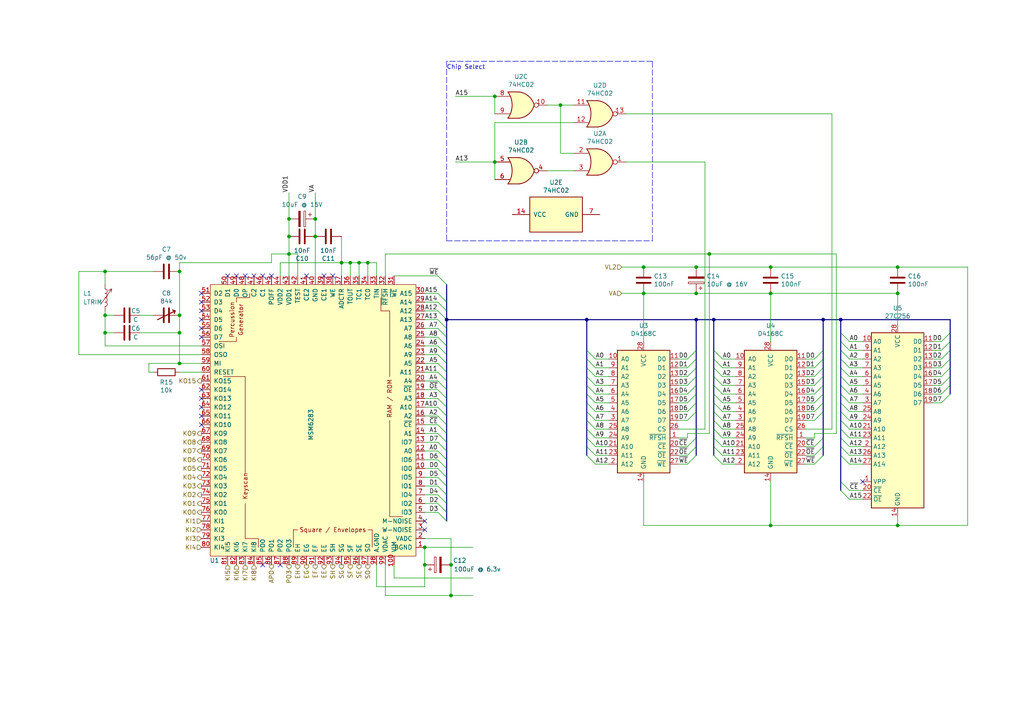
<source format=kicad_sch>
(kicad_sch (version 20201015) (generator eeschema)
  (paper "A4")
  (lib_symbols
    (symbol "74xx:74HC02" (pin_names (offset 1.016))
      (property "Reference" "U" (at 0 1.27 0))
      (property "Value" "74HC02" (at 0 -1.27 0))
      (symbol "74HC02_1_1"
        (pin output inverted (at 7.62 0 180) (length 3.81) (name "~") (number "1"))
        (pin input line (at -7.62 2.54 0) (length 4.318) (name "~") (number "2"))
        (pin input line (at -7.62 -2.54 0) (length 4.318) (name "~") (number "3"))
      )
      (symbol "74HC02_1_2"
        (pin output line (at 7.62 0 180) (length 3.81) (name "~") (number "1"))
        (pin input inverted (at -7.62 2.54 0) (length 3.81) (name "~") (number "2"))
        (pin input inverted (at -7.62 -2.54 0) (length 3.81) (name "~") (number "3"))
      )
      (symbol "74HC02_2_1"
        (pin output inverted (at 7.62 0 180) (length 3.81) (name "~") (number "4"))
        (pin input line (at -7.62 2.54 0) (length 4.318) (name "~") (number "5"))
        (pin input line (at -7.62 -2.54 0) (length 4.318) (name "~") (number "6"))
      )
      (symbol "74HC02_2_2"
        (pin output line (at 7.62 0 180) (length 3.81) (name "~") (number "4"))
        (pin input inverted (at -7.62 2.54 0) (length 3.81) (name "~") (number "5"))
        (pin input inverted (at -7.62 -2.54 0) (length 3.81) (name "~") (number "6"))
      )
      (symbol "74HC02_3_1"
        (pin output inverted (at 7.62 0 180) (length 3.81) (name "~") (number "10"))
        (pin input line (at -7.62 2.54 0) (length 4.318) (name "~") (number "8"))
        (pin input line (at -7.62 -2.54 0) (length 4.318) (name "~") (number "9"))
      )
      (symbol "74HC02_3_2"
        (pin output line (at 7.62 0 180) (length 3.81) (name "~") (number "10"))
        (pin input inverted (at -7.62 2.54 0) (length 3.81) (name "~") (number "8"))
        (pin input inverted (at -7.62 -2.54 0) (length 3.81) (name "~") (number "9"))
      )
      (symbol "74HC02_4_1"
        (pin input line (at -7.62 2.54 0) (length 4.318) (name "~") (number "11"))
        (pin input line (at -7.62 -2.54 0) (length 4.318) (name "~") (number "12"))
        (pin output inverted (at 7.62 0 180) (length 3.81) (name "~") (number "13"))
      )
      (symbol "74HC02_4_2"
        (pin input inverted (at -7.62 2.54 0) (length 3.81) (name "~") (number "11"))
        (pin input inverted (at -7.62 -2.54 0) (length 3.81) (name "~") (number "12"))
        (pin output line (at 7.62 0 180) (length 3.81) (name "~") (number "13"))
      )
      (symbol "74HC02_5_0"
        (pin power_in line (at 0 12.7 270) (length 5.08) (name "VCC") (number "14"))
        (pin power_in line (at 0 -12.7 90) (length 5.08) (name "GND") (number "7"))
      )
    )
    (symbol "Device:C" (pin_numbers hide) (pin_names (offset 0.254))
      (property "Reference" "C" (at 0.635 2.54 0))
      (property "Value" "C" (at 0.635 -2.54 0))
      (symbol "C_1_1"
        (pin passive line (at 0 3.81 270) (length 2.794) (name "~") (number "1"))
        (pin passive line (at 0 -3.81 90) (length 2.794) (name "~") (number "2"))
      )
    )
    (symbol "Device:C_Polarized" (pin_numbers hide) (pin_names (offset 0.254))
      (property "Reference" "C" (at 0.635 2.54 0))
      (property "Value" "C_Polarized" (at 0.635 -2.54 0))
      (symbol "C_Polarized_1_1"
        (pin passive line (at 0 3.81 270) (length 2.794) (name "~") (number "1"))
        (pin passive line (at 0 -3.81 90) (length 2.794) (name "~") (number "2"))
      )
    )
    (symbol "Device:C_Variable" (pin_numbers hide) (pin_names (offset 0.254) hide)
      (property "Reference" "C" (at 0.635 -1.905 0))
      (property "Value" "C_Variable" (at 0.635 -3.81 0))
      (symbol "C_Variable_1_1"
        (pin passive line (at 0 3.81 270) (length 3.048) (name "~") (number "1"))
        (pin passive line (at 0 -3.81 90) (length 3.048) (name "~") (number "2"))
      )
    )
    (symbol "Device:L_Trim" (pin_numbers hide) (pin_names (offset 1.016) hide)
      (property "Reference" "L" (at -1.905 0 90))
      (property "Value" "L_Trim" (at 3.175 0 90))
      (symbol "L_Trim_1_1"
        (pin passive line (at 0 3.81 270) (length 1.27) (name "1") (number "1"))
        (pin passive line (at 0 -3.81 90) (length 1.27) (name "2") (number "2"))
      )
    )
    (symbol "Device:R" (pin_numbers hide) (pin_names (offset 0))
      (property "Reference" "R" (at 2.032 0 90))
      (property "Value" "R" (at 0 0 90))
      (symbol "R_1_1"
        (pin passive line (at 0 3.81 270) (length 1.27) (name "~") (number "1"))
        (pin passive line (at 0 -3.81 90) (length 1.27) (name "~") (number "2"))
      )
    )
    (symbol "Memory_EPROM:27C256"
      (property "Reference" "U" (at -7.62 26.67 0))
      (property "Value" "27C256" (at 2.54 -26.67 0))
      (symbol "27C256_1_1"
        (pin input line (at -10.16 -17.78 0) (length 2.54) (name "VPP") (number "1"))
        (pin input line (at -10.16 -7.62 0) (length 2.54) (name "A12") (number "2"))
        (pin input line (at -10.16 5.08 0) (length 2.54) (name "A7") (number "3"))
        (pin input line (at -10.16 7.62 0) (length 2.54) (name "A6") (number "4"))
        (pin input line (at -10.16 10.16 0) (length 2.54) (name "A5") (number "5"))
        (pin input line (at -10.16 12.7 0) (length 2.54) (name "A4") (number "6"))
        (pin input line (at -10.16 15.24 0) (length 2.54) (name "A3") (number "7"))
        (pin input line (at -10.16 17.78 0) (length 2.54) (name "A2") (number "8"))
        (pin input line (at -10.16 20.32 0) (length 2.54) (name "A1") (number "9"))
        (pin input line (at -10.16 22.86 0) (length 2.54) (name "A0") (number "10"))
        (pin input line (at -10.16 -20.32 0) (length 2.54) (name "~CE") (number "20"))
        (pin tri_state line (at 10.16 22.86 180) (length 2.54) (name "D0") (number "11"))
        (pin input line (at -10.16 -2.54 0) (length 2.54) (name "A10") (number "21"))
        (pin tri_state line (at 10.16 20.32 180) (length 2.54) (name "D1") (number "12"))
        (pin input line (at -10.16 -22.86 0) (length 2.54) (name "~OE") (number "22"))
        (pin tri_state line (at 10.16 17.78 180) (length 2.54) (name "D2") (number "13"))
        (pin input line (at -10.16 -5.08 0) (length 2.54) (name "A11") (number "23"))
        (pin power_in line (at 0 -27.94 90) (length 2.54) (name "GND") (number "14"))
        (pin input line (at -10.16 0 0) (length 2.54) (name "A9") (number "24"))
        (pin tri_state line (at 10.16 15.24 180) (length 2.54) (name "D3") (number "15"))
        (pin input line (at -10.16 2.54 0) (length 2.54) (name "A8") (number "25"))
        (pin tri_state line (at 10.16 12.7 180) (length 2.54) (name "D4") (number "16"))
        (pin input line (at -10.16 -10.16 0) (length 2.54) (name "A13") (number "26"))
        (pin tri_state line (at 10.16 10.16 180) (length 2.54) (name "D5") (number "17"))
        (pin input line (at -10.16 -12.7 0) (length 2.54) (name "A14") (number "27"))
        (pin tri_state line (at 10.16 7.62 180) (length 2.54) (name "D6") (number "18"))
        (pin power_in line (at 0 27.94 270) (length 2.54) (name "VCC") (number "28"))
        (pin tri_state line (at 10.16 5.08 180) (length 2.54) (name "D7") (number "19"))
      )
    )
    (symbol "parts:D4168C" (pin_names (offset 1.016))
      (property "Reference" "U" (at -6.35 17.78 0))
      (property "Value" "D4168C" (at 6.35 -22.86 0))
      (symbol "D4168C_1_1"
        (pin input line (at 11.43 -10.16 180) (length 2.54) (name "~RFSH") (number "1"))
        (pin input line (at -8.89 12.7 0) (length 2.54) (name "A0") (number "10"))
        (pin bidirectional line (at 11.43 12.7 180) (length 2.54) (name "D0") (number "11"))
        (pin bidirectional line (at 11.43 10.16 180) (length 2.54) (name "D1") (number "12"))
        (pin bidirectional line (at 11.43 7.62 180) (length 2.54) (name "D2") (number "13"))
        (pin power_in line (at 1.27 -22.86 90) (length 2.54) (name "GND") (number "14"))
        (pin bidirectional line (at 11.43 5.08 180) (length 2.54) (name "D3") (number "15"))
        (pin bidirectional line (at 11.43 2.54 180) (length 2.54) (name "D4") (number "16"))
        (pin bidirectional line (at 11.43 0 180) (length 2.54) (name "D5") (number "17"))
        (pin bidirectional line (at 11.43 -2.54 180) (length 2.54) (name "D6") (number "18"))
        (pin bidirectional line (at 11.43 -5.08 180) (length 2.54) (name "D7") (number "19"))
        (pin input line (at -8.89 -17.78 0) (length 2.54) (name "A12") (number "2"))
        (pin input line (at 11.43 -12.7 180) (length 2.54) (name "~CE") (number "20"))
        (pin input line (at -8.89 -12.7 0) (length 2.54) (name "A10") (number "21"))
        (pin input line (at 11.43 -15.24 180) (length 2.54) (name "~OE") (number "22"))
        (pin input line (at -8.89 -15.24 0) (length 2.54) (name "A11") (number "23"))
        (pin input line (at -8.89 -10.16 0) (length 2.54) (name "A9") (number "24"))
        (pin input line (at -8.89 -7.62 0) (length 2.54) (name "A8") (number "25"))
        (pin input line (at 11.43 -7.62 180) (length 2.54) (name "CS") (number "26"))
        (pin input line (at 11.43 -17.78 180) (length 2.54) (name "~WE") (number "27"))
        (pin power_in line (at 1.27 17.78 270) (length 2.54) (name "VCC") (number "28"))
        (pin input line (at -8.89 -5.08 0) (length 2.54) (name "A7") (number "3"))
        (pin input line (at -8.89 -2.54 0) (length 2.54) (name "A6") (number "4"))
        (pin input line (at -8.89 0 0) (length 2.54) (name "A5") (number "5"))
        (pin input line (at -8.89 2.54 0) (length 2.54) (name "A4") (number "6"))
        (pin input line (at -8.89 5.08 0) (length 2.54) (name "A3") (number "7"))
        (pin input line (at -8.89 7.62 0) (length 2.54) (name "A2") (number "8"))
        (pin input line (at -8.89 10.16 0) (length 2.54) (name "A1") (number "9"))
      )
    )
    (symbol "parts:MSM6283" (pin_names (offset 1.016))
      (property "Reference" "U" (at -43.18 -44.45 0))
      (property "Value" "MSM6283" (at 1.27 0 0))
      (symbol "MSM6283_0_0"
        (text "Generator" (at 30.48 20.32 0) (effects (font (size 1.27 1.27))))
        (text "Keyscan" (at -17.78 19.05 0) (effects (font (size 1.27 1.27))))
        (text "Percussion" (at 30.48 22.86 0) (effects (font (size 1.27 1.27))))
        (text "RAM / ROM" (at 7.62 -22.86 0) (effects (font (size 1.27 1.27))))
        (text "Square / Envelopes" (at -30.48 -6.35 900) (effects (font (size 1.27 1.27))))
      )
      (symbol "MSM6283_1_1"
        (pin power_in line (at -35.56 -33.02 90) (length 2.54) (name "BGND") (number "1"))
        (pin bidirectional line (at -12.7 -33.02 90) (length 2.54) (name "IO0") (number "10"))
        (pin power_in line (at -40.64 -24.13 0) (length 2.54) (name "VIM") (number "100"))
        (pin bidirectional line (at -10.16 -33.02 90) (length 2.54) (name "IO6") (number "11"))
        (pin output line (at -7.62 -33.02 90) (length 2.54) (name "A0") (number "12"))
        (pin bidirectional line (at -5.08 -33.02 90) (length 2.54) (name "IO7") (number "13"))
        (pin output line (at -2.54 -33.02 90) (length 2.54) (name "A1") (number "14"))
        (pin output line (at 0 -33.02 90) (length 2.54) (name "~CE") (number "15"))
        (pin output line (at 2.54 -33.02 90) (length 2.54) (name "A2") (number "16"))
        (pin output line (at 5.08 -33.02 90) (length 2.54) (name "A10") (number "17"))
        (pin output line (at 7.62 -33.02 90) (length 2.54) (name "A3") (number "18"))
        (pin output line (at 10.16 -33.02 90) (length 2.54) (name "~OE") (number "19"))
        (pin power_in line (at -33.02 -33.02 90) (length 2.54) (name "VADC") (number "2"))
        (pin output line (at 12.7 -33.02 90) (length 2.54) (name "A4") (number "20"))
        (pin output line (at 15.24 -33.02 90) (length 2.54) (name "A11") (number "21"))
        (pin output line (at 17.78 -33.02 90) (length 2.54) (name "A5") (number "22"))
        (pin output line (at 20.32 -33.02 90) (length 2.54) (name "A9") (number "23"))
        (pin output line (at 22.86 -33.02 90) (length 2.54) (name "A6") (number "24"))
        (pin output line (at 25.4 -33.02 90) (length 2.54) (name "A8") (number "25"))
        (pin output line (at 27.94 -33.02 90) (length 2.54) (name "A7") (number "26"))
        (pin output line (at 30.48 -33.02 90) (length 2.54) (name "A13") (number "27"))
        (pin output line (at 33.02 -33.02 90) (length 2.54) (name "A12") (number "28"))
        (pin output line (at 35.56 -33.02 90) (length 2.54) (name "A14") (number "29"))
        (pin output line (at -30.48 -33.02 90) (length 2.54) (name "W-NOISE") (number "3"))
        (pin output line (at 38.1 -33.02 90) (length 2.54) (name "A15") (number "30"))
        (pin output line (at 43.18 -24.13 180) (length 2.54) (name "~WE") (number "31"))
        (pin output line (at 43.18 -21.59 180) (length 2.54) (name "~RFSH") (number "32"))
        (pin bidirectional line (at 43.18 -19.05 180) (length 2.54) (name "TIN") (number "33"))
        (pin bidirectional line (at 43.18 -16.51 180) (length 2.54) (name "TC0") (number "34"))
        (pin bidirectional line (at 43.18 -13.97 180) (length 2.54) (name "TC1") (number "35"))
        (pin bidirectional line (at 43.18 -11.43 180) (length 2.54) (name "TOUT") (number "36"))
        (pin bidirectional line (at 43.18 -8.89 180) (length 2.54) (name "ADCTR") (number "37"))
        (pin bidirectional line (at 43.18 -6.35 180) (length 2.54) (name "WE") (number "38"))
        (pin bidirectional line (at 43.18 -3.81 180) (length 2.54) (name "CE1") (number "39"))
        (pin output line (at -27.94 -33.02 90) (length 2.54) (name "M-NOISE") (number "4"))
        (pin power_in line (at 43.18 -1.27 180) (length 2.54) (name "GND") (number "40"))
        (pin bidirectional line (at 43.18 1.27 180) (length 2.54) (name "CE2") (number "41"))
        (pin bidirectional line (at 43.18 3.81 180) (length 2.54) (name "TEST") (number "42"))
        (pin power_in line (at 43.18 6.35 180) (length 2.54) (name "VDD1") (number "43"))
        (pin power_in line (at 43.18 8.89 180) (length 2.54) (name "VDD2") (number "44"))
        (pin bidirectional line (at 43.18 11.43 180) (length 2.54) (name "POFF") (number "45"))
        (pin bidirectional line (at 43.18 13.97 180) (length 2.54) (name "C1") (number "46"))
        (pin bidirectional line (at 43.18 16.51 180) (length 2.54) (name "C2") (number "47"))
        (pin bidirectional line (at 43.18 19.05 180) (length 2.54) (name "OP") (number "48"))
        (pin bidirectional line (at 43.18 21.59 180) (length 2.54) (name "D0") (number "49"))
        (pin bidirectional line (at -25.4 -33.02 90) (length 2.54) (name "IO3") (number "5"))
        (pin bidirectional line (at 43.18 24.13 180) (length 2.54) (name "D1") (number "50"))
        (pin bidirectional line (at 38.1 31.75 270) (length 2.54) (name "D2") (number "51"))
        (pin bidirectional line (at 35.56 31.75 270) (length 2.54) (name "D3") (number "52"))
        (pin bidirectional line (at 33.02 31.75 270) (length 2.54) (name "D4") (number "53"))
        (pin bidirectional line (at 30.48 31.75 270) (length 2.54) (name "D5") (number "54"))
        (pin bidirectional line (at 27.94 31.75 270) (length 2.54) (name "D6") (number "55"))
        (pin bidirectional line (at 25.4 31.75 270) (length 2.54) (name "D7") (number "56"))
        (pin bidirectional line (at 22.86 31.75 270) (length 2.54) (name "OSI") (number "57"))
        (pin bidirectional line (at 20.32 31.75 270) (length 2.54) (name "OSO") (number "58"))
        (pin bidirectional line (at 17.78 31.75 270) (length 2.54) (name "MI") (number "59"))
        (pin bidirectional line (at -22.86 -33.02 90) (length 2.54) (name "IO2") (number "6"))
        (pin bidirectional line (at 15.24 31.75 270) (length 2.54) (name "RESET") (number "60"))
        (pin output line (at 12.7 31.75 270) (length 2.54) (name "KO15") (number "61"))
        (pin output line (at 10.16 31.75 270) (length 2.54) (name "KO14") (number "62"))
        (pin output line (at 7.62 31.75 270) (length 2.54) (name "KO13") (number "63"))
        (pin output line (at 5.08 31.75 270) (length 2.54) (name "KO12") (number "64"))
        (pin output line (at 2.54 31.75 270) (length 2.54) (name "KO11") (number "65"))
        (pin output line (at 0 31.75 270) (length 2.54) (name "KO10") (number "66"))
        (pin output line (at -2.54 31.75 270) (length 2.54) (name "KO9") (number "67"))
        (pin output line (at -5.08 31.75 270) (length 2.54) (name "KO8") (number "68"))
        (pin output line (at -7.62 31.75 270) (length 2.54) (name "KO7") (number "69"))
        (pin bidirectional line (at -20.32 -33.02 90) (length 2.54) (name "IO4") (number "7"))
        (pin output line (at -10.16 31.75 270) (length 2.54) (name "KO6") (number "70"))
        (pin output line (at -12.7 31.75 270) (length 2.54) (name "KO5") (number "71"))
        (pin output line (at -15.24 31.75 270) (length 2.54) (name "KO4") (number "72"))
        (pin output line (at -17.78 31.75 270) (length 2.54) (name "KO3") (number "73"))
        (pin output line (at -20.32 31.75 270) (length 2.54) (name "KO2") (number "74"))
        (pin output line (at -22.86 31.75 270) (length 2.54) (name "KO1") (number "75"))
        (pin output line (at -25.4 31.75 270) (length 2.54) (name "KO0") (number "76"))
        (pin input line (at -27.94 31.75 270) (length 2.54) (name "KI1") (number "77"))
        (pin input line (at -30.48 31.75 270) (length 2.54) (name "KI2") (number "78"))
        (pin input line (at -33.02 31.75 270) (length 2.54) (name "KI3") (number "79"))
        (pin bidirectional line (at -17.78 -33.02 90) (length 2.54) (name "IO1") (number "8"))
        (pin input line (at -35.56 31.75 270) (length 2.54) (name "KI4") (number "80"))
        (pin input line (at -40.64 24.13 0) (length 2.54) (name "KI5") (number "81"))
        (pin input line (at -40.64 21.59 0) (length 2.54) (name "KI6") (number "82"))
        (pin input line (at -40.64 19.05 0) (length 2.54) (name "KI7") (number "83"))
        (pin input line (at -40.64 16.51 0) (length 2.54) (name "KI8") (number "84"))
        (pin bidirectional line (at -40.64 13.97 0) (length 2.54) (name "PO0") (number "85"))
        (pin bidirectional line (at -40.64 11.43 0) (length 2.54) (name "PO1") (number "86"))
        (pin bidirectional line (at -40.64 8.89 0) (length 2.54) (name "PO2") (number "87"))
        (pin bidirectional line (at -40.64 6.35 0) (length 2.54) (name "PO3") (number "88"))
        (pin bidirectional line (at -40.64 3.81 0) (length 2.54) (name "EH") (number "89"))
        (pin bidirectional line (at -15.24 -33.02 90) (length 2.54) (name "IO5") (number "9"))
        (pin bidirectional line (at -40.64 1.27 0) (length 2.54) (name "EG") (number "90"))
        (pin bidirectional line (at -40.64 -1.27 0) (length 2.54) (name "EF") (number "91"))
        (pin bidirectional line (at -40.64 -3.81 0) (length 2.54) (name "EE") (number "92"))
        (pin bidirectional line (at -40.64 -6.35 0) (length 2.54) (name "SH") (number "93"))
        (pin bidirectional line (at -40.64 -8.89 0) (length 2.54) (name "SG") (number "94"))
        (pin bidirectional line (at -40.64 -11.43 0) (length 2.54) (name "SF") (number "95"))
        (pin bidirectional line (at -40.64 -13.97 0) (length 2.54) (name "SE") (number "96"))
        (pin bidirectional line (at -40.64 -16.51 0) (length 2.54) (name "SO") (number "97"))
        (pin power_in line (at -40.64 -19.05 0) (length 2.54) (name "A.GND") (number "98"))
        (pin power_in line (at -40.64 -21.59 0) (length 2.54) (name "VDAC") (number "99"))
      )
    )
  )
  (junction (at 30.48 78.74) (diameter 0.9144))
  (junction (at 30.48 91.44) (diameter 0.9144))
  (junction (at 30.48 96.52) (diameter 0.9144))
  (junction (at 52.07 78.74) (diameter 0.9144))
  (junction (at 52.07 91.44) (diameter 0.9144))
  (junction (at 52.07 96.52) (diameter 0.9144))
  (junction (at 52.07 105.41) (diameter 0.9144))
  (junction (at 83.82 63.5) (diameter 0.9144))
  (junction (at 83.82 68.58) (diameter 0.9144))
  (junction (at 83.82 73.66) (diameter 0.9144))
  (junction (at 91.44 63.5) (diameter 0.9144))
  (junction (at 91.44 68.58) (diameter 0.9144))
  (junction (at 99.06 76.2) (diameter 0.9144))
  (junction (at 101.6 76.2) (diameter 0.9144))
  (junction (at 104.14 76.2) (diameter 0.9144))
  (junction (at 106.68 76.2) (diameter 0.9144))
  (junction (at 123.19 158.75) (diameter 0.9144))
  (junction (at 123.19 163.83) (diameter 0.9144))
  (junction (at 130.81 163.83) (diameter 0.9144))
  (junction (at 130.81 172.72) (diameter 0.9144))
  (junction (at 143.51 27.94) (diameter 0.9144))
  (junction (at 143.51 46.99) (diameter 0.9144))
  (junction (at 162.56 30.48) (diameter 0.9144))
  (junction (at 186.69 77.47) (diameter 0.9144))
  (junction (at 186.69 85.09) (diameter 0.9144))
  (junction (at 201.93 77.47) (diameter 0.9144))
  (junction (at 201.93 85.09) (diameter 0.9144))
  (junction (at 205.74 73.66) (diameter 0.9144))
  (junction (at 223.52 77.47) (diameter 0.9144))
  (junction (at 223.52 85.09) (diameter 0.9144))
  (junction (at 223.52 152.4) (diameter 0.9144))
  (junction (at 260.35 77.47) (diameter 0.9144))
  (junction (at 260.35 85.09) (diameter 0.9144))
  (junction (at 260.35 152.4) (diameter 0.9144))
  (junction (at 129.54 92.71) (diameter 0.9144))
  (junction (at 170.18 92.71) (diameter 0.9144))
  (junction (at 201.93 92.71) (diameter 0.9144))
  (junction (at 207.01 92.71) (diameter 0.9144))
  (junction (at 238.76 92.71) (diameter 0.9144))
  (junction (at 243.84 92.71) (diameter 0.9144))
  (no_connect (at 58.42 85.09))
  (no_connect (at 58.42 87.63))
  (no_connect (at 58.42 90.17))
  (no_connect (at 58.42 92.71))
  (no_connect (at 58.42 95.25))
  (no_connect (at 58.42 97.79))
  (no_connect (at 58.42 113.03))
  (no_connect (at 58.42 115.57))
  (no_connect (at 58.42 118.11))
  (no_connect (at 58.42 120.65))
  (no_connect (at 58.42 123.19))
  (no_connect (at 66.04 80.01))
  (no_connect (at 68.58 80.01))
  (no_connect (at 71.12 80.01))
  (no_connect (at 73.66 80.01))
  (no_connect (at 76.2 80.01))
  (no_connect (at 76.2 163.83))
  (no_connect (at 78.74 80.01))
  (no_connect (at 81.28 163.83))
  (no_connect (at 88.9 80.01))
  (no_connect (at 93.98 80.01))
  (no_connect (at 96.52 80.01))
  (no_connect (at 123.19 151.13))
  (no_connect (at 123.19 153.67))
  (no_connect (at 250.19 139.7))
  (bus_entry (at 127 80.01) (size 2.54 2.54) (stroke (width 0.1524)))
  (bus_entry (at 127 85.09) (size 2.54 2.54) (stroke (width 0.1524)))
  (bus_entry (at 127 87.63) (size 2.54 2.54) (stroke (width 0.1524)))
  (bus_entry (at 127 90.17) (size 2.54 2.54) (stroke (width 0.1524)))
  (bus_entry (at 127 92.71) (size 2.54 2.54) (stroke (width 0.1524)))
  (bus_entry (at 127 95.25) (size 2.54 2.54) (stroke (width 0.1524)))
  (bus_entry (at 127 97.79) (size 2.54 2.54) (stroke (width 0.1524)))
  (bus_entry (at 127 100.33) (size 2.54 2.54) (stroke (width 0.1524)))
  (bus_entry (at 127 102.87) (size 2.54 2.54) (stroke (width 0.1524)))
  (bus_entry (at 127 105.41) (size 2.54 2.54) (stroke (width 0.1524)))
  (bus_entry (at 127 107.95) (size 2.54 2.54) (stroke (width 0.1524)))
  (bus_entry (at 127 110.49) (size 2.54 2.54) (stroke (width 0.1524)))
  (bus_entry (at 127 113.03) (size 2.54 2.54) (stroke (width 0.1524)))
  (bus_entry (at 127 115.57) (size 2.54 2.54) (stroke (width 0.1524)))
  (bus_entry (at 127 118.11) (size 2.54 2.54) (stroke (width 0.1524)))
  (bus_entry (at 127 120.65) (size 2.54 2.54) (stroke (width 0.1524)))
  (bus_entry (at 127 123.19) (size 2.54 2.54) (stroke (width 0.1524)))
  (bus_entry (at 127 125.73) (size 2.54 2.54) (stroke (width 0.1524)))
  (bus_entry (at 127 128.27) (size 2.54 2.54) (stroke (width 0.1524)))
  (bus_entry (at 127 130.81) (size 2.54 2.54) (stroke (width 0.1524)))
  (bus_entry (at 127 133.35) (size 2.54 2.54) (stroke (width 0.1524)))
  (bus_entry (at 127 135.89) (size 2.54 2.54) (stroke (width 0.1524)))
  (bus_entry (at 127 138.43) (size 2.54 2.54) (stroke (width 0.1524)))
  (bus_entry (at 127 140.97) (size 2.54 2.54) (stroke (width 0.1524)))
  (bus_entry (at 127 143.51) (size 2.54 2.54) (stroke (width 0.1524)))
  (bus_entry (at 127 146.05) (size 2.54 2.54) (stroke (width 0.1524)))
  (bus_entry (at 127 148.59) (size 2.54 2.54) (stroke (width 0.1524)))
  (bus_entry (at 170.18 101.6) (size 2.54 2.54) (stroke (width 0.1524)))
  (bus_entry (at 170.18 114.3) (size 2.54 2.54) (stroke (width 0.1524)))
  (bus_entry (at 170.18 116.84) (size 2.54 2.54) (stroke (width 0.1524)))
  (bus_entry (at 170.18 119.38) (size 2.54 2.54) (stroke (width 0.1524)))
  (bus_entry (at 170.18 121.92) (size 2.54 2.54) (stroke (width 0.1524)))
  (bus_entry (at 170.18 124.46) (size 2.54 2.54) (stroke (width 0.1524)))
  (bus_entry (at 170.18 127) (size 2.54 2.54) (stroke (width 0.1524)))
  (bus_entry (at 170.18 129.54) (size 2.54 2.54) (stroke (width 0.1524)))
  (bus_entry (at 170.18 132.08) (size 2.54 2.54) (stroke (width 0.1524)))
  (bus_entry (at 172.72 106.68) (size -2.54 -2.54) (stroke (width 0.1524)))
  (bus_entry (at 172.72 109.22) (size -2.54 -2.54) (stroke (width 0.1524)))
  (bus_entry (at 172.72 111.76) (size -2.54 -2.54) (stroke (width 0.1524)))
  (bus_entry (at 172.72 114.3) (size -2.54 -2.54) (stroke (width 0.1524)))
  (bus_entry (at 199.39 104.14) (size 2.54 -2.54) (stroke (width 0.1524)))
  (bus_entry (at 199.39 106.68) (size 2.54 -2.54) (stroke (width 0.1524)))
  (bus_entry (at 199.39 109.22) (size 2.54 -2.54) (stroke (width 0.1524)))
  (bus_entry (at 199.39 111.76) (size 2.54 -2.54) (stroke (width 0.1524)))
  (bus_entry (at 199.39 114.3) (size 2.54 -2.54) (stroke (width 0.1524)))
  (bus_entry (at 199.39 116.84) (size 2.54 -2.54) (stroke (width 0.1524)))
  (bus_entry (at 199.39 119.38) (size 2.54 -2.54) (stroke (width 0.1524)))
  (bus_entry (at 199.39 121.92) (size 2.54 -2.54) (stroke (width 0.1524)))
  (bus_entry (at 199.39 129.54) (size 2.54 -2.54) (stroke (width 0.1524)))
  (bus_entry (at 199.39 132.08) (size 2.54 -2.54) (stroke (width 0.1524)))
  (bus_entry (at 199.39 134.62) (size 2.54 -2.54) (stroke (width 0.1524)))
  (bus_entry (at 207.01 101.6) (size 2.54 2.54) (stroke (width 0.1524)))
  (bus_entry (at 207.01 114.3) (size 2.54 2.54) (stroke (width 0.1524)))
  (bus_entry (at 207.01 116.84) (size 2.54 2.54) (stroke (width 0.1524)))
  (bus_entry (at 207.01 119.38) (size 2.54 2.54) (stroke (width 0.1524)))
  (bus_entry (at 207.01 121.92) (size 2.54 2.54) (stroke (width 0.1524)))
  (bus_entry (at 207.01 124.46) (size 2.54 2.54) (stroke (width 0.1524)))
  (bus_entry (at 207.01 127) (size 2.54 2.54) (stroke (width 0.1524)))
  (bus_entry (at 207.01 129.54) (size 2.54 2.54) (stroke (width 0.1524)))
  (bus_entry (at 207.01 132.08) (size 2.54 2.54) (stroke (width 0.1524)))
  (bus_entry (at 209.55 106.68) (size -2.54 -2.54) (stroke (width 0.1524)))
  (bus_entry (at 209.55 109.22) (size -2.54 -2.54) (stroke (width 0.1524)))
  (bus_entry (at 209.55 111.76) (size -2.54 -2.54) (stroke (width 0.1524)))
  (bus_entry (at 209.55 114.3) (size -2.54 -2.54) (stroke (width 0.1524)))
  (bus_entry (at 236.22 104.14) (size 2.54 -2.54) (stroke (width 0.1524)))
  (bus_entry (at 236.22 106.68) (size 2.54 -2.54) (stroke (width 0.1524)))
  (bus_entry (at 236.22 109.22) (size 2.54 -2.54) (stroke (width 0.1524)))
  (bus_entry (at 236.22 111.76) (size 2.54 -2.54) (stroke (width 0.1524)))
  (bus_entry (at 236.22 114.3) (size 2.54 -2.54) (stroke (width 0.1524)))
  (bus_entry (at 236.22 116.84) (size 2.54 -2.54) (stroke (width 0.1524)))
  (bus_entry (at 236.22 119.38) (size 2.54 -2.54) (stroke (width 0.1524)))
  (bus_entry (at 236.22 121.92) (size 2.54 -2.54) (stroke (width 0.1524)))
  (bus_entry (at 236.22 129.54) (size 2.54 -2.54) (stroke (width 0.1524)))
  (bus_entry (at 236.22 132.08) (size 2.54 -2.54) (stroke (width 0.1524)))
  (bus_entry (at 236.22 134.62) (size 2.54 -2.54) (stroke (width 0.1524)))
  (bus_entry (at 243.84 96.52) (size 2.54 2.54) (stroke (width 0.1524)))
  (bus_entry (at 243.84 99.06) (size 2.54 2.54) (stroke (width 0.1524)))
  (bus_entry (at 243.84 101.6) (size 2.54 2.54) (stroke (width 0.1524)))
  (bus_entry (at 243.84 104.14) (size 2.54 2.54) (stroke (width 0.1524)))
  (bus_entry (at 243.84 106.68) (size 2.54 2.54) (stroke (width 0.1524)))
  (bus_entry (at 243.84 109.22) (size 2.54 2.54) (stroke (width 0.1524)))
  (bus_entry (at 243.84 111.76) (size 2.54 2.54) (stroke (width 0.1524)))
  (bus_entry (at 243.84 114.3) (size 2.54 2.54) (stroke (width 0.1524)))
  (bus_entry (at 243.84 116.84) (size 2.54 2.54) (stroke (width 0.1524)))
  (bus_entry (at 243.84 119.38) (size 2.54 2.54) (stroke (width 0.1524)))
  (bus_entry (at 243.84 121.92) (size 2.54 2.54) (stroke (width 0.1524)))
  (bus_entry (at 243.84 124.46) (size 2.54 2.54) (stroke (width 0.1524)))
  (bus_entry (at 243.84 127) (size 2.54 2.54) (stroke (width 0.1524)))
  (bus_entry (at 243.84 129.54) (size 2.54 2.54) (stroke (width 0.1524)))
  (bus_entry (at 243.84 132.08) (size 2.54 2.54) (stroke (width 0.1524)))
  (bus_entry (at 243.84 139.7) (size 2.54 2.54) (stroke (width 0.1524)))
  (bus_entry (at 246.38 144.78) (size -2.54 -2.54) (stroke (width 0.1524)))
  (bus_entry (at 273.05 99.06) (size 2.54 -2.54) (stroke (width 0.1524)))
  (bus_entry (at 273.05 101.6) (size 2.54 -2.54) (stroke (width 0.1524)))
  (bus_entry (at 273.05 104.14) (size 2.54 -2.54) (stroke (width 0.1524)))
  (bus_entry (at 273.05 106.68) (size 2.54 -2.54) (stroke (width 0.1524)))
  (bus_entry (at 273.05 109.22) (size 2.54 -2.54) (stroke (width 0.1524)))
  (bus_entry (at 273.05 111.76) (size 2.54 -2.54) (stroke (width 0.1524)))
  (bus_entry (at 273.05 114.3) (size 2.54 -2.54) (stroke (width 0.1524)))
  (bus_entry (at 273.05 116.84) (size 2.54 -2.54) (stroke (width 0.1524)))
  (wire (pts (xy 22.86 78.74) (xy 22.86 102.87)))
  (wire (pts (xy 22.86 78.74) (xy 30.48 78.74)))
  (wire (pts (xy 30.48 78.74) (xy 44.45 78.74)))
  (wire (pts (xy 30.48 82.55) (xy 30.48 78.74)))
  (wire (pts (xy 30.48 90.17) (xy 30.48 91.44)))
  (wire (pts (xy 30.48 91.44) (xy 30.48 96.52)))
  (wire (pts (xy 30.48 100.33) (xy 30.48 96.52)))
  (wire (pts (xy 33.02 91.44) (xy 30.48 91.44)))
  (wire (pts (xy 33.02 96.52) (xy 30.48 96.52)))
  (wire (pts (xy 40.64 91.44) (xy 44.45 91.44)))
  (wire (pts (xy 43.18 105.41) (xy 52.07 105.41)))
  (wire (pts (xy 43.18 107.95) (xy 43.18 105.41)))
  (wire (pts (xy 44.45 107.95) (xy 43.18 107.95)))
  (wire (pts (xy 52.07 78.74) (xy 52.07 76.2)))
  (wire (pts (xy 52.07 78.74) (xy 52.07 91.44)))
  (wire (pts (xy 52.07 96.52) (xy 40.64 96.52)))
  (wire (pts (xy 52.07 96.52) (xy 52.07 91.44)))
  (wire (pts (xy 52.07 105.41) (xy 52.07 96.52)))
  (wire (pts (xy 52.07 105.41) (xy 58.42 105.41)))
  (wire (pts (xy 58.42 100.33) (xy 30.48 100.33)))
  (wire (pts (xy 58.42 102.87) (xy 22.86 102.87)))
  (wire (pts (xy 58.42 107.95) (xy 52.07 107.95)))
  (wire (pts (xy 78.74 73.66) (xy 78.74 76.2)))
  (wire (pts (xy 78.74 76.2) (xy 52.07 76.2)))
  (wire (pts (xy 81.28 76.2) (xy 81.28 80.01)))
  (wire (pts (xy 83.82 63.5) (xy 83.82 55.88)))
  (wire (pts (xy 83.82 63.5) (xy 83.82 68.58)))
  (wire (pts (xy 83.82 68.58) (xy 83.82 73.66)))
  (wire (pts (xy 83.82 73.66) (xy 78.74 73.66)))
  (wire (pts (xy 83.82 73.66) (xy 83.82 80.01)))
  (wire (pts (xy 86.36 73.66) (xy 83.82 73.66)))
  (wire (pts (xy 86.36 80.01) (xy 86.36 73.66)))
  (wire (pts (xy 91.44 63.5) (xy 91.44 55.88)))
  (wire (pts (xy 91.44 63.5) (xy 91.44 68.58)))
  (wire (pts (xy 91.44 80.01) (xy 91.44 68.58)))
  (wire (pts (xy 99.06 68.58) (xy 99.06 76.2)))
  (wire (pts (xy 99.06 76.2) (xy 81.28 76.2)))
  (wire (pts (xy 99.06 80.01) (xy 99.06 76.2)))
  (wire (pts (xy 101.6 76.2) (xy 99.06 76.2)))
  (wire (pts (xy 101.6 80.01) (xy 101.6 76.2)))
  (wire (pts (xy 104.14 76.2) (xy 101.6 76.2)))
  (wire (pts (xy 104.14 80.01) (xy 104.14 76.2)))
  (wire (pts (xy 106.68 76.2) (xy 104.14 76.2)))
  (wire (pts (xy 106.68 80.01) (xy 106.68 76.2)))
  (wire (pts (xy 109.22 76.2) (xy 106.68 76.2)))
  (wire (pts (xy 109.22 76.2) (xy 109.22 80.01)))
  (wire (pts (xy 109.22 170.18) (xy 109.22 163.83)))
  (wire (pts (xy 111.76 73.66) (xy 205.74 73.66)))
  (wire (pts (xy 111.76 80.01) (xy 111.76 73.66)))
  (wire (pts (xy 111.76 172.72) (xy 111.76 163.83)))
  (wire (pts (xy 114.3 80.01) (xy 127 80.01)))
  (wire (pts (xy 114.3 163.83) (xy 114.3 167.64)))
  (wire (pts (xy 114.3 167.64) (xy 137.16 167.64)))
  (wire (pts (xy 123.19 85.09) (xy 127 85.09)))
  (wire (pts (xy 123.19 87.63) (xy 127 87.63)))
  (wire (pts (xy 123.19 90.17) (xy 127 90.17)))
  (wire (pts (xy 123.19 92.71) (xy 127 92.71)))
  (wire (pts (xy 123.19 95.25) (xy 127 95.25)))
  (wire (pts (xy 123.19 97.79) (xy 127 97.79)))
  (wire (pts (xy 123.19 100.33) (xy 127 100.33)))
  (wire (pts (xy 123.19 102.87) (xy 127 102.87)))
  (wire (pts (xy 123.19 105.41) (xy 127 105.41)))
  (wire (pts (xy 123.19 107.95) (xy 127 107.95)))
  (wire (pts (xy 123.19 110.49) (xy 127 110.49)))
  (wire (pts (xy 123.19 113.03) (xy 127 113.03)))
  (wire (pts (xy 123.19 115.57) (xy 127 115.57)))
  (wire (pts (xy 123.19 118.11) (xy 127 118.11)))
  (wire (pts (xy 123.19 120.65) (xy 127 120.65)))
  (wire (pts (xy 123.19 123.19) (xy 127 123.19)))
  (wire (pts (xy 123.19 125.73) (xy 127 125.73)))
  (wire (pts (xy 123.19 128.27) (xy 127 128.27)))
  (wire (pts (xy 123.19 130.81) (xy 127 130.81)))
  (wire (pts (xy 123.19 133.35) (xy 127 133.35)))
  (wire (pts (xy 123.19 135.89) (xy 127 135.89)))
  (wire (pts (xy 123.19 138.43) (xy 127 138.43)))
  (wire (pts (xy 123.19 140.97) (xy 127 140.97)))
  (wire (pts (xy 123.19 143.51) (xy 127 143.51)))
  (wire (pts (xy 123.19 146.05) (xy 127 146.05)))
  (wire (pts (xy 123.19 148.59) (xy 127 148.59)))
  (wire (pts (xy 123.19 156.21) (xy 130.81 156.21)))
  (wire (pts (xy 123.19 158.75) (xy 123.19 163.83)))
  (wire (pts (xy 123.19 158.75) (xy 137.16 158.75)))
  (wire (pts (xy 123.19 163.83) (xy 123.19 170.18)))
  (wire (pts (xy 123.19 170.18) (xy 109.22 170.18)))
  (wire (pts (xy 130.81 156.21) (xy 130.81 163.83)))
  (wire (pts (xy 130.81 163.83) (xy 130.81 172.72)))
  (wire (pts (xy 130.81 172.72) (xy 111.76 172.72)))
  (wire (pts (xy 130.81 172.72) (xy 137.16 172.72)))
  (wire (pts (xy 132.08 27.94) (xy 143.51 27.94)))
  (wire (pts (xy 132.08 46.99) (xy 143.51 46.99)))
  (wire (pts (xy 143.51 33.02) (xy 143.51 27.94)))
  (wire (pts (xy 143.51 35.56) (xy 143.51 46.99)))
  (wire (pts (xy 143.51 35.56) (xy 166.37 35.56)))
  (wire (pts (xy 143.51 46.99) (xy 143.51 52.07)))
  (wire (pts (xy 162.56 30.48) (xy 158.75 30.48)))
  (wire (pts (xy 162.56 30.48) (xy 162.56 44.45)))
  (wire (pts (xy 162.56 44.45) (xy 166.37 44.45)))
  (wire (pts (xy 166.37 30.48) (xy 162.56 30.48)))
  (wire (pts (xy 166.37 49.53) (xy 158.75 49.53)))
  (wire (pts (xy 176.53 104.14) (xy 172.72 104.14)))
  (wire (pts (xy 176.53 106.68) (xy 172.72 106.68)))
  (wire (pts (xy 176.53 109.22) (xy 172.72 109.22)))
  (wire (pts (xy 176.53 111.76) (xy 172.72 111.76)))
  (wire (pts (xy 176.53 114.3) (xy 172.72 114.3)))
  (wire (pts (xy 176.53 116.84) (xy 172.72 116.84)))
  (wire (pts (xy 176.53 119.38) (xy 172.72 119.38)))
  (wire (pts (xy 176.53 121.92) (xy 172.72 121.92)))
  (wire (pts (xy 176.53 124.46) (xy 172.72 124.46)))
  (wire (pts (xy 176.53 127) (xy 172.72 127)))
  (wire (pts (xy 176.53 129.54) (xy 172.72 129.54)))
  (wire (pts (xy 176.53 132.08) (xy 172.72 132.08)))
  (wire (pts (xy 176.53 134.62) (xy 172.72 134.62)))
  (wire (pts (xy 180.34 85.09) (xy 186.69 85.09)))
  (wire (pts (xy 181.61 33.02) (xy 241.3 33.02)))
  (wire (pts (xy 186.69 77.47) (xy 180.34 77.47)))
  (wire (pts (xy 186.69 77.47) (xy 201.93 77.47)))
  (wire (pts (xy 186.69 85.09) (xy 201.93 85.09)))
  (wire (pts (xy 186.69 99.06) (xy 186.69 85.09)))
  (wire (pts (xy 186.69 139.7) (xy 186.69 152.4)))
  (wire (pts (xy 186.69 152.4) (xy 223.52 152.4)))
  (wire (pts (xy 196.85 104.14) (xy 199.39 104.14)))
  (wire (pts (xy 196.85 106.68) (xy 199.39 106.68)))
  (wire (pts (xy 196.85 109.22) (xy 199.39 109.22)))
  (wire (pts (xy 196.85 111.76) (xy 199.39 111.76)))
  (wire (pts (xy 196.85 114.3) (xy 199.39 114.3)))
  (wire (pts (xy 196.85 116.84) (xy 199.39 116.84)))
  (wire (pts (xy 196.85 119.38) (xy 199.39 119.38)))
  (wire (pts (xy 196.85 121.92) (xy 199.39 121.92)))
  (wire (pts (xy 196.85 127) (xy 199.39 127)))
  (wire (pts (xy 196.85 129.54) (xy 199.39 129.54)))
  (wire (pts (xy 196.85 132.08) (xy 199.39 132.08)))
  (wire (pts (xy 196.85 134.62) (xy 199.39 134.62)))
  (wire (pts (xy 199.39 125.73) (xy 205.74 125.73)))
  (wire (pts (xy 199.39 127) (xy 199.39 125.73)))
  (wire (pts (xy 201.93 77.47) (xy 223.52 77.47)))
  (wire (pts (xy 201.93 85.09) (xy 223.52 85.09)))
  (wire (pts (xy 204.47 46.99) (xy 181.61 46.99)))
  (wire (pts (xy 204.47 124.46) (xy 196.85 124.46)))
  (wire (pts (xy 204.47 124.46) (xy 204.47 46.99)))
  (wire (pts (xy 205.74 125.73) (xy 205.74 73.66)))
  (wire (pts (xy 213.36 104.14) (xy 209.55 104.14)))
  (wire (pts (xy 213.36 106.68) (xy 209.55 106.68)))
  (wire (pts (xy 213.36 109.22) (xy 209.55 109.22)))
  (wire (pts (xy 213.36 111.76) (xy 209.55 111.76)))
  (wire (pts (xy 213.36 114.3) (xy 209.55 114.3)))
  (wire (pts (xy 213.36 116.84) (xy 209.55 116.84)))
  (wire (pts (xy 213.36 119.38) (xy 209.55 119.38)))
  (wire (pts (xy 213.36 121.92) (xy 209.55 121.92)))
  (wire (pts (xy 213.36 124.46) (xy 209.55 124.46)))
  (wire (pts (xy 213.36 127) (xy 209.55 127)))
  (wire (pts (xy 213.36 129.54) (xy 209.55 129.54)))
  (wire (pts (xy 213.36 132.08) (xy 209.55 132.08)))
  (wire (pts (xy 213.36 134.62) (xy 209.55 134.62)))
  (wire (pts (xy 223.52 77.47) (xy 260.35 77.47)))
  (wire (pts (xy 223.52 85.09) (xy 260.35 85.09)))
  (wire (pts (xy 223.52 99.06) (xy 223.52 85.09)))
  (wire (pts (xy 223.52 139.7) (xy 223.52 152.4)))
  (wire (pts (xy 223.52 152.4) (xy 260.35 152.4)))
  (wire (pts (xy 233.68 104.14) (xy 236.22 104.14)))
  (wire (pts (xy 233.68 106.68) (xy 236.22 106.68)))
  (wire (pts (xy 233.68 109.22) (xy 236.22 109.22)))
  (wire (pts (xy 233.68 111.76) (xy 236.22 111.76)))
  (wire (pts (xy 233.68 114.3) (xy 236.22 114.3)))
  (wire (pts (xy 233.68 116.84) (xy 236.22 116.84)))
  (wire (pts (xy 233.68 119.38) (xy 236.22 119.38)))
  (wire (pts (xy 233.68 121.92) (xy 236.22 121.92)))
  (wire (pts (xy 233.68 127) (xy 236.22 127)))
  (wire (pts (xy 233.68 129.54) (xy 236.22 129.54)))
  (wire (pts (xy 233.68 132.08) (xy 236.22 132.08)))
  (wire (pts (xy 236.22 125.73) (xy 242.57 125.73)))
  (wire (pts (xy 236.22 127) (xy 236.22 125.73)))
  (wire (pts (xy 236.22 134.62) (xy 233.68 134.62)))
  (wire (pts (xy 241.3 33.02) (xy 241.3 124.46)))
  (wire (pts (xy 241.3 124.46) (xy 233.68 124.46)))
  (wire (pts (xy 242.57 73.66) (xy 205.74 73.66)))
  (wire (pts (xy 242.57 125.73) (xy 242.57 73.66)))
  (wire (pts (xy 246.38 99.06) (xy 250.19 99.06)))
  (wire (pts (xy 246.38 101.6) (xy 250.19 101.6)))
  (wire (pts (xy 246.38 104.14) (xy 250.19 104.14)))
  (wire (pts (xy 246.38 106.68) (xy 250.19 106.68)))
  (wire (pts (xy 246.38 109.22) (xy 250.19 109.22)))
  (wire (pts (xy 246.38 111.76) (xy 250.19 111.76)))
  (wire (pts (xy 246.38 114.3) (xy 250.19 114.3)))
  (wire (pts (xy 246.38 116.84) (xy 250.19 116.84)))
  (wire (pts (xy 246.38 119.38) (xy 250.19 119.38)))
  (wire (pts (xy 246.38 121.92) (xy 250.19 121.92)))
  (wire (pts (xy 246.38 124.46) (xy 250.19 124.46)))
  (wire (pts (xy 246.38 127) (xy 250.19 127)))
  (wire (pts (xy 246.38 129.54) (xy 250.19 129.54)))
  (wire (pts (xy 246.38 132.08) (xy 250.19 132.08)))
  (wire (pts (xy 246.38 134.62) (xy 250.19 134.62)))
  (wire (pts (xy 250.19 142.24) (xy 246.38 142.24)))
  (wire (pts (xy 250.19 144.78) (xy 246.38 144.78)))
  (wire (pts (xy 260.35 85.09) (xy 260.35 93.98)))
  (wire (pts (xy 260.35 152.4) (xy 260.35 149.86)))
  (wire (pts (xy 260.35 152.4) (xy 280.67 152.4)))
  (wire (pts (xy 270.51 99.06) (xy 273.05 99.06)))
  (wire (pts (xy 270.51 101.6) (xy 273.05 101.6)))
  (wire (pts (xy 270.51 104.14) (xy 273.05 104.14)))
  (wire (pts (xy 270.51 106.68) (xy 273.05 106.68)))
  (wire (pts (xy 270.51 109.22) (xy 273.05 109.22)))
  (wire (pts (xy 270.51 111.76) (xy 273.05 111.76)))
  (wire (pts (xy 270.51 114.3) (xy 273.05 114.3)))
  (wire (pts (xy 270.51 116.84) (xy 273.05 116.84)))
  (wire (pts (xy 280.67 77.47) (xy 260.35 77.47)))
  (wire (pts (xy 280.67 152.4) (xy 280.67 77.47)))
  (bus (pts (xy 129.54 82.55) (xy 129.54 87.63)))
  (bus (pts (xy 129.54 87.63) (xy 129.54 90.17)))
  (bus (pts (xy 129.54 90.17) (xy 129.54 92.71)))
  (bus (pts (xy 129.54 92.71) (xy 129.54 95.25)))
  (bus (pts (xy 129.54 95.25) (xy 129.54 97.79)))
  (bus (pts (xy 129.54 97.79) (xy 129.54 100.33)))
  (bus (pts (xy 129.54 100.33) (xy 129.54 102.87)))
  (bus (pts (xy 129.54 102.87) (xy 129.54 105.41)))
  (bus (pts (xy 129.54 105.41) (xy 129.54 107.95)))
  (bus (pts (xy 129.54 107.95) (xy 129.54 110.49)))
  (bus (pts (xy 129.54 110.49) (xy 129.54 113.03)))
  (bus (pts (xy 129.54 113.03) (xy 129.54 115.57)))
  (bus (pts (xy 129.54 115.57) (xy 129.54 118.11)))
  (bus (pts (xy 129.54 118.11) (xy 129.54 120.65)))
  (bus (pts (xy 129.54 120.65) (xy 129.54 123.19)))
  (bus (pts (xy 129.54 123.19) (xy 129.54 125.73)))
  (bus (pts (xy 129.54 125.73) (xy 129.54 128.27)))
  (bus (pts (xy 129.54 128.27) (xy 129.54 130.81)))
  (bus (pts (xy 129.54 130.81) (xy 129.54 133.35)))
  (bus (pts (xy 129.54 133.35) (xy 129.54 135.89)))
  (bus (pts (xy 129.54 135.89) (xy 129.54 138.43)))
  (bus (pts (xy 129.54 138.43) (xy 129.54 140.97)))
  (bus (pts (xy 129.54 140.97) (xy 129.54 143.51)))
  (bus (pts (xy 129.54 143.51) (xy 129.54 146.05)))
  (bus (pts (xy 129.54 146.05) (xy 129.54 148.59)))
  (bus (pts (xy 129.54 148.59) (xy 129.54 151.13)))
  (bus (pts (xy 170.18 92.71) (xy 129.54 92.71)))
  (bus (pts (xy 170.18 92.71) (xy 170.18 101.6)))
  (bus (pts (xy 170.18 101.6) (xy 170.18 104.14)))
  (bus (pts (xy 170.18 104.14) (xy 170.18 106.68)))
  (bus (pts (xy 170.18 106.68) (xy 170.18 109.22)))
  (bus (pts (xy 170.18 109.22) (xy 170.18 111.76)))
  (bus (pts (xy 170.18 111.76) (xy 170.18 114.3)))
  (bus (pts (xy 170.18 114.3) (xy 170.18 116.84)))
  (bus (pts (xy 170.18 116.84) (xy 170.18 119.38)))
  (bus (pts (xy 170.18 119.38) (xy 170.18 121.92)))
  (bus (pts (xy 170.18 121.92) (xy 170.18 124.46)))
  (bus (pts (xy 170.18 124.46) (xy 170.18 127)))
  (bus (pts (xy 170.18 127) (xy 170.18 129.54)))
  (bus (pts (xy 170.18 129.54) (xy 170.18 132.08)))
  (bus (pts (xy 201.93 92.71) (xy 170.18 92.71)))
  (bus (pts (xy 201.93 92.71) (xy 201.93 101.6)))
  (bus (pts (xy 201.93 101.6) (xy 201.93 104.14)))
  (bus (pts (xy 201.93 104.14) (xy 201.93 106.68)))
  (bus (pts (xy 201.93 106.68) (xy 201.93 109.22)))
  (bus (pts (xy 201.93 109.22) (xy 201.93 111.76)))
  (bus (pts (xy 201.93 111.76) (xy 201.93 114.3)))
  (bus (pts (xy 201.93 114.3) (xy 201.93 116.84)))
  (bus (pts (xy 201.93 116.84) (xy 201.93 119.38)))
  (bus (pts (xy 201.93 119.38) (xy 201.93 127)))
  (bus (pts (xy 201.93 127) (xy 201.93 129.54)))
  (bus (pts (xy 201.93 129.54) (xy 201.93 132.08)))
  (bus (pts (xy 207.01 92.71) (xy 201.93 92.71)))
  (bus (pts (xy 207.01 92.71) (xy 207.01 101.6)))
  (bus (pts (xy 207.01 101.6) (xy 207.01 104.14)))
  (bus (pts (xy 207.01 104.14) (xy 207.01 106.68)))
  (bus (pts (xy 207.01 106.68) (xy 207.01 109.22)))
  (bus (pts (xy 207.01 109.22) (xy 207.01 111.76)))
  (bus (pts (xy 207.01 111.76) (xy 207.01 114.3)))
  (bus (pts (xy 207.01 114.3) (xy 207.01 116.84)))
  (bus (pts (xy 207.01 116.84) (xy 207.01 119.38)))
  (bus (pts (xy 207.01 119.38) (xy 207.01 121.92)))
  (bus (pts (xy 207.01 121.92) (xy 207.01 124.46)))
  (bus (pts (xy 207.01 124.46) (xy 207.01 127)))
  (bus (pts (xy 207.01 127) (xy 207.01 129.54)))
  (bus (pts (xy 207.01 129.54) (xy 207.01 132.08)))
  (bus (pts (xy 238.76 92.71) (xy 207.01 92.71)))
  (bus (pts (xy 238.76 92.71) (xy 238.76 101.6)))
  (bus (pts (xy 238.76 101.6) (xy 238.76 104.14)))
  (bus (pts (xy 238.76 104.14) (xy 238.76 106.68)))
  (bus (pts (xy 238.76 106.68) (xy 238.76 109.22)))
  (bus (pts (xy 238.76 109.22) (xy 238.76 111.76)))
  (bus (pts (xy 238.76 111.76) (xy 238.76 114.3)))
  (bus (pts (xy 238.76 114.3) (xy 238.76 116.84)))
  (bus (pts (xy 238.76 116.84) (xy 238.76 119.38)))
  (bus (pts (xy 238.76 119.38) (xy 238.76 127)))
  (bus (pts (xy 238.76 127) (xy 238.76 129.54)))
  (bus (pts (xy 238.76 129.54) (xy 238.76 132.08)))
  (bus (pts (xy 243.84 92.71) (xy 238.76 92.71)))
  (bus (pts (xy 243.84 92.71) (xy 243.84 96.52)))
  (bus (pts (xy 243.84 96.52) (xy 243.84 99.06)))
  (bus (pts (xy 243.84 99.06) (xy 243.84 101.6)))
  (bus (pts (xy 243.84 101.6) (xy 243.84 104.14)))
  (bus (pts (xy 243.84 104.14) (xy 243.84 106.68)))
  (bus (pts (xy 243.84 106.68) (xy 243.84 109.22)))
  (bus (pts (xy 243.84 109.22) (xy 243.84 111.76)))
  (bus (pts (xy 243.84 111.76) (xy 243.84 114.3)))
  (bus (pts (xy 243.84 114.3) (xy 243.84 116.84)))
  (bus (pts (xy 243.84 116.84) (xy 243.84 119.38)))
  (bus (pts (xy 243.84 119.38) (xy 243.84 121.92)))
  (bus (pts (xy 243.84 121.92) (xy 243.84 124.46)))
  (bus (pts (xy 243.84 124.46) (xy 243.84 127)))
  (bus (pts (xy 243.84 127) (xy 243.84 129.54)))
  (bus (pts (xy 243.84 129.54) (xy 243.84 132.08)))
  (bus (pts (xy 243.84 132.08) (xy 243.84 139.7)))
  (bus (pts (xy 243.84 139.7) (xy 243.84 142.24)))
  (bus (pts (xy 275.59 92.71) (xy 243.84 92.71)))
  (bus (pts (xy 275.59 92.71) (xy 275.59 96.52)))
  (bus (pts (xy 275.59 96.52) (xy 275.59 99.06)))
  (bus (pts (xy 275.59 99.06) (xy 275.59 101.6)))
  (bus (pts (xy 275.59 101.6) (xy 275.59 104.14)))
  (bus (pts (xy 275.59 104.14) (xy 275.59 106.68)))
  (bus (pts (xy 275.59 106.68) (xy 275.59 109.22)))
  (bus (pts (xy 275.59 109.22) (xy 275.59 111.76)))
  (bus (pts (xy 275.59 111.76) (xy 275.59 114.3)))
  (polyline (pts (xy 129.54 17.78) (xy 129.54 69.85)) (stroke (width 0) (type dash)))
  (polyline (pts (xy 129.54 69.85) (xy 189.23 69.85)) (stroke (width 0) (type dash)))
  (polyline (pts (xy 189.23 17.78) (xy 129.54 17.78)) (stroke (width 0) (type dash)))
  (polyline (pts (xy 189.23 69.85) (xy 189.23 17.78)) (stroke (width 0) (type dash)))
  (text "Chip Select" (at 129.54 20.32 0) (effects (font (size 1.27 1.27)) (justify left bottom)))
  (label "VDD1" (at 83.82 55.88 90))
  (label "VA" (at 91.44 55.88 90))
  (label "A15" (at 123.19 85.09 0))
  (label "A14" (at 123.19 87.63 0))
  (label "A12" (at 123.19 90.17 0))
  (label "A13" (at 123.19 92.71 0))
  (label "A11" (at 123.19 107.95 0))
  (label "A10" (at 123.19 118.11 0))
  (label "~WE" (at 124.46 80.01 0))
  (label "A7" (at 124.46 95.25 0))
  (label "A8" (at 124.46 97.79 0))
  (label "A6" (at 124.46 100.33 0))
  (label "A9" (at 124.46 102.87 0))
  (label "A5" (at 124.46 105.41 0))
  (label "A4" (at 124.46 110.49 0))
  (label "~OE" (at 124.46 113.03 0))
  (label "A3" (at 124.46 115.57 0))
  (label "A2" (at 124.46 120.65 0))
  (label "~CE" (at 124.46 123.19 0))
  (label "A1" (at 124.46 125.73 0))
  (label "D7" (at 124.46 128.27 0))
  (label "A0" (at 124.46 130.81 0))
  (label "D6" (at 124.46 133.35 0))
  (label "D0" (at 124.46 135.89 0))
  (label "D5" (at 124.46 138.43 0))
  (label "D1" (at 124.46 140.97 0))
  (label "D4" (at 124.46 143.51 0))
  (label "D2" (at 124.46 146.05 0))
  (label "D3" (at 124.46 148.59 0))
  (label "A15" (at 132.08 27.94 0))
  (label "A13" (at 132.08 46.99 0))
  (label "A0" (at 172.72 104.14 0))
  (label "A1" (at 172.72 106.68 0))
  (label "A2" (at 172.72 109.22 0))
  (label "A3" (at 172.72 111.76 0))
  (label "A4" (at 172.72 114.3 0))
  (label "A5" (at 172.72 116.84 0))
  (label "A6" (at 172.72 119.38 0))
  (label "A7" (at 172.72 121.92 0))
  (label "A8" (at 172.72 124.46 0))
  (label "A9" (at 172.72 127 0))
  (label "A10" (at 172.72 129.54 0))
  (label "A11" (at 172.72 132.08 0))
  (label "A12" (at 172.72 134.62 0))
  (label "D0" (at 196.85 104.14 0))
  (label "D1" (at 196.85 106.68 0))
  (label "D2" (at 196.85 109.22 0))
  (label "D3" (at 196.85 111.76 0))
  (label "D4" (at 196.85 114.3 0))
  (label "D5" (at 196.85 116.84 0))
  (label "D6" (at 196.85 119.38 0))
  (label "D7" (at 196.85 121.92 0))
  (label "~CE" (at 196.85 129.54 0))
  (label "~OE" (at 196.85 132.08 0))
  (label "~WE" (at 196.85 134.62 0))
  (label "A0" (at 209.55 104.14 0))
  (label "A1" (at 209.55 106.68 0))
  (label "A2" (at 209.55 109.22 0))
  (label "A3" (at 209.55 111.76 0))
  (label "A4" (at 209.55 114.3 0))
  (label "A5" (at 209.55 116.84 0))
  (label "A6" (at 209.55 119.38 0))
  (label "A7" (at 209.55 121.92 0))
  (label "A8" (at 209.55 124.46 0))
  (label "A9" (at 209.55 127 0))
  (label "A10" (at 209.55 129.54 0))
  (label "A11" (at 209.55 132.08 0))
  (label "A12" (at 209.55 134.62 0))
  (label "D0" (at 233.68 104.14 0))
  (label "D1" (at 233.68 106.68 0))
  (label "D2" (at 233.68 109.22 0))
  (label "D3" (at 233.68 111.76 0))
  (label "D4" (at 233.68 114.3 0))
  (label "D5" (at 233.68 116.84 0))
  (label "D6" (at 233.68 119.38 0))
  (label "D7" (at 233.68 121.92 0))
  (label "~CE" (at 233.68 129.54 0))
  (label "~OE" (at 233.68 132.08 0))
  (label "~WE" (at 233.68 134.62 0))
  (label "A0" (at 246.38 99.06 0))
  (label "A1" (at 246.38 101.6 0))
  (label "A2" (at 246.38 104.14 0))
  (label "A3" (at 246.38 106.68 0))
  (label "A4" (at 246.38 109.22 0))
  (label "A5" (at 246.38 111.76 0))
  (label "A6" (at 246.38 114.3 0))
  (label "A7" (at 246.38 116.84 0))
  (label "A8" (at 246.38 119.38 0))
  (label "A9" (at 246.38 121.92 0))
  (label "A10" (at 246.38 124.46 0))
  (label "A11" (at 246.38 127 0))
  (label "A12" (at 246.38 129.54 0))
  (label "A13" (at 246.38 132.08 0))
  (label "A14" (at 246.38 134.62 0))
  (label "~CE" (at 246.38 142.24 0))
  (label "A15" (at 246.38 144.78 0))
  (label "D0" (at 270.51 99.06 0))
  (label "D1" (at 270.51 101.6 0))
  (label "D2" (at 270.51 104.14 0))
  (label "D3" (at 270.51 106.68 0))
  (label "D4" (at 270.51 109.22 0))
  (label "D5" (at 270.51 111.76 0))
  (label "D6" (at 270.51 114.3 0))
  (label "D7" (at 270.51 116.84 0))
  (hierarchical_label "KO15" (shape output) (at 58.42 110.49 180))
  (hierarchical_label "KO9" (shape output) (at 58.42 125.73 180))
  (hierarchical_label "KO8" (shape output) (at 58.42 128.27 180))
  (hierarchical_label "KO7" (shape output) (at 58.42 130.81 180))
  (hierarchical_label "KO6" (shape output) (at 58.42 133.35 180))
  (hierarchical_label "KO5" (shape output) (at 58.42 135.89 180))
  (hierarchical_label "KO4" (shape output) (at 58.42 138.43 180))
  (hierarchical_label "KO3" (shape output) (at 58.42 140.97 180))
  (hierarchical_label "KO2" (shape output) (at 58.42 143.51 180))
  (hierarchical_label "KO1" (shape output) (at 58.42 146.05 180))
  (hierarchical_label "KO0" (shape output) (at 58.42 148.59 180))
  (hierarchical_label "KI1" (shape input) (at 58.42 151.13 180))
  (hierarchical_label "KI2" (shape input) (at 58.42 153.67 180))
  (hierarchical_label "KI3" (shape input) (at 58.42 156.21 180))
  (hierarchical_label "KI4" (shape input) (at 58.42 158.75 180))
  (hierarchical_label "KI5" (shape input) (at 66.04 163.83 270))
  (hierarchical_label "KI6" (shape input) (at 68.58 163.83 270))
  (hierarchical_label "KI7" (shape input) (at 71.12 163.83 270))
  (hierarchical_label "KI8" (shape input) (at 73.66 163.83 270))
  (hierarchical_label "APO" (shape output) (at 78.74 163.83 270))
  (hierarchical_label "PO3" (shape output) (at 83.82 163.83 270))
  (hierarchical_label "EH" (shape output) (at 86.36 163.83 270))
  (hierarchical_label "EG" (shape output) (at 88.9 163.83 270))
  (hierarchical_label "EF" (shape output) (at 91.44 163.83 270))
  (hierarchical_label "EE" (shape output) (at 93.98 163.83 270))
  (hierarchical_label "SH" (shape output) (at 96.52 163.83 270))
  (hierarchical_label "SG" (shape output) (at 99.06 163.83 270))
  (hierarchical_label "SF" (shape output) (at 101.6 163.83 270))
  (hierarchical_label "SE" (shape output) (at 104.14 163.83 270))
  (hierarchical_label "SO" (shape output) (at 106.68 163.83 270))
  (hierarchical_label "VL2" (shape input) (at 180.34 77.47 180))
  (hierarchical_label "VA" (shape input) (at 180.34 85.09 180))
  (symbol (lib_id "Device:R") (at 48.26 107.95 270) (unit 1)
    (property "Reference" "R15" (at 48.26 110.871 90))
    (property "Value" "10k" (at 48.26 113.1824 90))
  )
  (symbol (lib_id "Device:L_Trim") (at 30.48 86.36 0)
    (property "Reference" "L1" (at 24.13 85.09 0) (effects (justify left)))
    (property "Value" "LTRIM" (at 24.13 87.63 0) (effects (justify left)))
  )
  (symbol (lib_id "Device:C") (at 36.83 91.44 270) (unit 1)
    (property "Reference" "C5" (at 39.37 90.17 90))
    (property "Value" "C" (at 39.37 92.71 90))
  )
  (symbol (lib_id "Device:C") (at 36.83 96.52 270) (unit 1)
    (property "Reference" "C6" (at 39.37 95.25 90))
    (property "Value" "C" (at 39.37 97.79 90))
  )
  (symbol (lib_id "Device:C") (at 48.26 78.74 270) (unit 1)
    (property "Reference" "C7" (at 48.26 72.3392 90))
    (property "Value" "56pF @ 50v" (at 48.26 74.6506 90))
  )
  (symbol (lib_id "Device:C_Variable") (at 48.26 91.44 270) (mirror x) (unit 1)
    (property "Reference" "C8" (at 48.26 85.0392 90))
    (property "Value" "84k" (at 48.26 87.3506 90))
  )
  (symbol (lib_id "Device:C_Polarized") (at 87.63 63.5 270)
    (property "Reference" "C9" (at 87.63 57.023 90))
    (property "Value" "10uF @ 16V" (at 87.63 59.3344 90))
  )
  (symbol (lib_id "Device:C") (at 87.63 68.58 90) (unit 1)
    (property "Reference" "C10" (at 87.63 74.9808 90))
    (property "Value" "10nF" (at 87.63 72.6694 90))
  )
  (symbol (lib_id "Device:C") (at 95.25 68.58 270) (mirror x) (unit 1)
    (property "Reference" "C11" (at 95.25 74.9808 90))
    (property "Value" "10nF" (at 95.25 72.6694 90))
  )
  (symbol (lib_id "Device:C_Polarized") (at 127 163.83 90)
    (property "Reference" "C12" (at 133.35 162.56 90))
    (property "Value" "100uF @ 6.3v" (at 138.43 165.1 90))
  )
  (symbol (lib_id "Device:C") (at 186.69 81.28 0) (unit 1)
    (property "Reference" "C13" (at 189.611 80.1116 0) (effects (justify left)))
    (property "Value" "100nF" (at 189.611 82.423 0) (effects (justify left)))
  )
  (symbol (lib_id "Device:C_Polarized") (at 201.93 81.28 180)
    (property "Reference" "C14" (at 204.9272 80.1116 0) (effects (justify right)))
    (property "Value" "10uF @ 16V" (at 204.9272 82.423 0) (effects (justify right)))
  )
  (symbol (lib_id "Device:C") (at 223.52 81.28 0) (unit 1)
    (property "Reference" "C15" (at 226.441 80.1116 0) (effects (justify left)))
    (property "Value" "100nF" (at 226.441 82.423 0) (effects (justify left)))
  )
  (symbol (lib_id "Device:C") (at 260.35 81.28 0) (unit 1)
    (property "Reference" "C16" (at 263.271 80.1116 0) (effects (justify left)))
    (property "Value" "100nF" (at 263.271 82.423 0) (effects (justify left)))
  )
  (symbol (lib_id "74xx:74HC02") (at 151.13 30.48 0) (unit 3)
    (property "Reference" "U2" (at 151.13 22.225 0))
    (property "Value" "74HC02" (at 151.13 24.5364 0))
    (property "Datasheet" "http://www.ti.com/lit/gpn/sn74hc02" (effects hide))
  )
  (symbol (lib_id "74xx:74HC02") (at 151.13 49.53 0) (unit 2)
    (property "Reference" "U2" (at 151.13 41.275 0))
    (property "Value" "74HC02" (at 151.13 43.5864 0))
    (property "Datasheet" "http://www.ti.com/lit/gpn/sn74hc02" (effects hide))
  )
  (symbol (lib_id "74xx:74HC02") (at 173.99 33.02 0) (unit 4)
    (property "Reference" "U2" (at 173.99 24.765 0))
    (property "Value" "74HC02" (at 173.99 27.0764 0))
    (property "Datasheet" "http://www.ti.com/lit/gpn/sn74hc02" (effects hide))
  )
  (symbol (lib_id "74xx:74HC02") (at 173.99 46.99 0) (unit 1)
    (property "Reference" "U2" (at 173.99 38.735 0))
    (property "Value" "74HC02" (at 173.99 41.0464 0))
    (property "Datasheet" "http://www.ti.com/lit/gpn/sn74hc02" (effects hide))
  )
  (symbol (lib_id "74xx:74HC02") (at 161.29 62.23 90) (unit 5)
    (property "Reference" "U2" (at 161.29 52.9082 90))
    (property "Value" "74HC02" (at 161.29 55.2196 90))
    (property "Datasheet" "http://www.ti.com/lit/gpn/sn74hc02" (effects hide))
  )
  (symbol (lib_id "parts:D4168C") (at 185.42 116.84 0) (unit 1)
    (property "Reference" "U3" (at 186.69 94.4626 0))
    (property "Value" "D4168C" (at 186.69 96.774 0))
  )
  (symbol (lib_id "parts:D4168C") (at 222.25 116.84 0) (unit 1)
    (property "Reference" "U4" (at 223.52 94.4626 0))
    (property "Value" "D4168C" (at 223.52 96.774 0))
  )
  (symbol (lib_id "Memory_EPROM:27C256") (at 260.35 121.92 0) (unit 1)
    (property "Reference" "U5" (at 260.35 89.3826 0))
    (property "Value" "27C256" (at 260.35 91.694 0))
    (property "Footprint" "Package_DIP:DIP-28_W15.24mm" (effects hide))
    (property "Datasheet" "http://ww1.microchip.com/downloads/en/DeviceDoc/doc0014.pdf" (effects hide))
  )
  (symbol (lib_id "parts:MSM6283") (at 90.17 123.19 90)
    (property "Reference" "U1" (at 62.23 162.56 90))
    (property "Value" "MSM6283" (at 90.17 123.19 0))
  )
)
</source>
